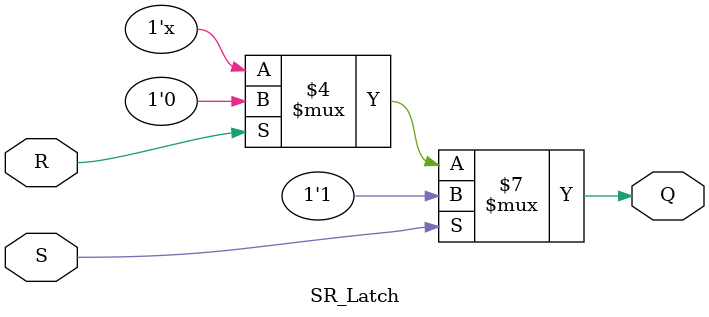
<source format=v>
module SR_Latch (S, R, Q);

input S; // set input
input R; // reset input
output reg Q; // output signal

always @(*) begin
  if (S == 1)
    Q <= 1;
  else if (R == 1)
    Q <= 0;
end
endmodule
</source>
